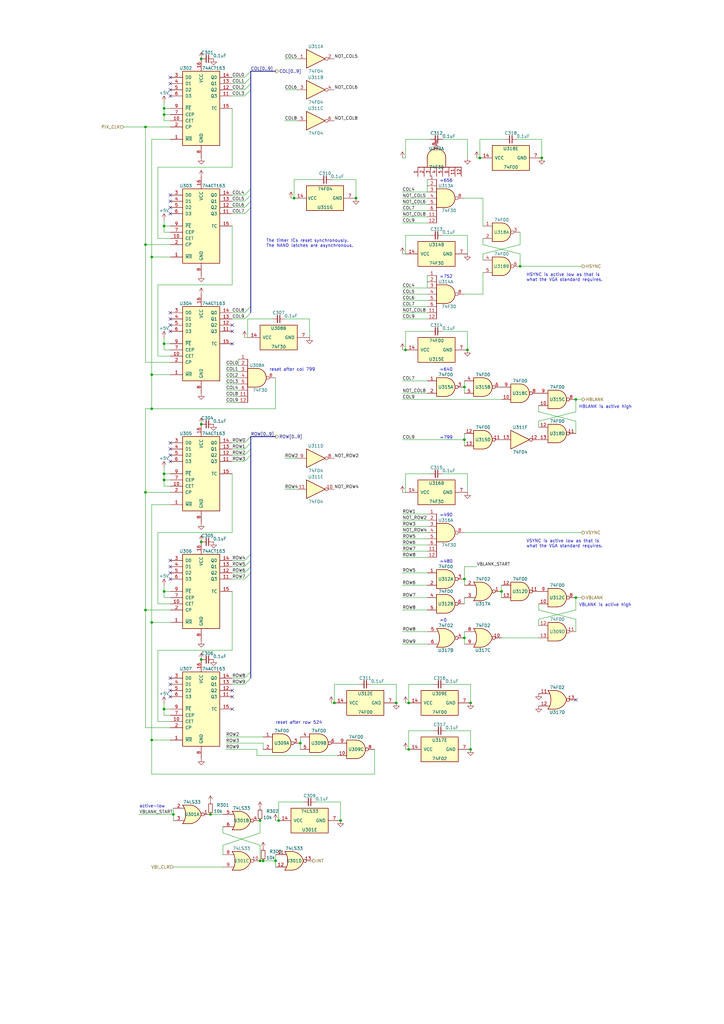
<source format=kicad_sch>
(kicad_sch (version 20211123) (generator eeschema)
  (paper "A3" portrait)
  (junction (at 62.23 255.27))
  (junction (at 59.69 201.93))
  (junction (at 190.5 237.49))
  (junction (at 106.68 336.55))
  (junction (at 113.03 353.06))
  (junction (at 106.68 353.06))
  (junction (at 62.23 167.64))
  (junction (at 137.16 288.29))
  (junction (at 146.05 81.28))
  (junction (at 71.12 334.01))
  (junction (at 139.7 336.55))
  (junction (at 196.85 64.77))
  (junction (at 67.31 196.85))
  (junction (at 190.5 158.75))
  (junction (at 190.5 180.34))
  (junction (at 82.55 173.99))
  (junction (at 114.3 336.55))
  (junction (at 59.69 250.19))
  (junction (at 193.04 288.29))
  (junction (at 193.04 307.34))
  (junction (at 67.31 242.57))
  (junction (at 167.64 288.29))
  (junction (at 162.56 288.29))
  (junction (at 205.74 242.57))
  (junction (at 166.37 143.51))
  (junction (at 59.69 100.33))
  (junction (at 107.95 353.06))
  (junction (at 213.36 109.22))
  (junction (at 62.23 153.67))
  (junction (at 82.55 222.25))
  (junction (at 123.19 304.8))
  (junction (at 167.64 307.34))
  (junction (at 120.65 81.28))
  (junction (at 236.22 163.83))
  (junction (at 82.55 24.13))
  (junction (at 62.23 303.53))
  (junction (at 86.36 334.01))
  (junction (at 82.55 270.51))
  (junction (at 191.77 143.51))
  (junction (at 67.31 92.71))
  (junction (at 67.31 140.97))
  (junction (at 67.31 290.83))
  (junction (at 62.23 105.41))
  (junction (at 67.31 46.99))
  (junction (at 222.25 64.77))
  (junction (at 236.22 245.11))
  (junction (at 67.31 44.45))
  (junction (at 190.5 261.62))
  (junction (at 59.69 52.07))
  (junction (at 67.31 194.31))
  (no_connect (at 69.85 34.29))
  (no_connect (at 69.85 85.09))
  (no_connect (at 69.85 128.27))
  (no_connect (at 69.85 229.87))
  (no_connect (at 95.25 135.89))
  (no_connect (at 69.85 82.55))
  (no_connect (at 69.85 283.21))
  (no_connect (at 69.85 285.75))
  (no_connect (at 95.25 285.75))
  (no_connect (at 69.85 234.95))
  (no_connect (at 69.85 80.01))
  (no_connect (at 69.85 189.23))
  (no_connect (at 95.25 283.21))
  (no_connect (at 69.85 133.35))
  (no_connect (at 69.85 278.13))
  (no_connect (at 69.85 280.67))
  (no_connect (at 69.85 237.49))
  (no_connect (at 95.25 140.97))
  (no_connect (at 69.85 135.89))
  (no_connect (at 69.85 181.61))
  (no_connect (at 69.85 130.81))
  (no_connect (at 69.85 87.63))
  (no_connect (at 236.22 287.02))
  (no_connect (at 69.85 186.69))
  (no_connect (at 69.85 31.75))
  (no_connect (at 95.25 290.83))
  (no_connect (at 69.85 232.41))
  (no_connect (at 95.25 133.35))
  (no_connect (at 69.85 39.37))
  (no_connect (at 69.85 184.15))
  (no_connect (at 69.85 36.83))
  (bus_entry (at 102.87 125.73) (size -2.54 2.54))
  (bus_entry (at 102.87 184.15) (size -2.54 2.54))
  (bus_entry (at 102.87 278.13) (size -2.54 2.54))
  (bus_entry (at 102.87 234.95) (size -2.54 2.54))
  (bus_entry (at 102.87 36.83) (size -2.54 2.54))
  (bus_entry (at 102.87 31.75) (size -2.54 2.54))
  (bus_entry (at 102.87 77.47) (size -2.54 2.54))
  (bus_entry (at 102.87 232.41) (size -2.54 2.54))
  (bus_entry (at 102.87 34.29) (size -2.54 2.54))
  (bus_entry (at 100.33 181.61) (size 2.54 -2.54))
  (bus_entry (at 102.87 80.01) (size -2.54 2.54))
  (bus_entry (at 102.87 29.21) (size -2.54 2.54))
  (bus_entry (at 100.33 189.23) (size 2.54 -2.54))
  (bus_entry (at 102.87 128.27) (size -2.54 2.54))
  (bus_entry (at 102.87 227.33) (size -2.54 2.54))
  (bus_entry (at 100.33 184.15) (size 2.54 -2.54))
  (bus_entry (at 100.33 232.41) (size 2.54 -2.54))
  (bus_entry (at 102.87 275.59) (size -2.54 2.54))
  (bus_entry (at 102.87 82.55) (size -2.54 2.54))
  (bus_entry (at 102.87 85.09) (size -2.54 2.54))
  (wire (pts (xy 64.77 218.44) (xy 95.25 218.44)))
  (wire (pts (xy 236.22 168.91) (xy 236.22 163.83)))
  (wire (pts (xy 190.5 245.11) (xy 190.5 247.65)))
  (wire (pts (xy 71.12 331.47) (xy 71.12 334.01)))
  (bus (pts (xy 102.87 181.61) (xy 102.87 184.15)))
  (wire (pts (xy 207.01 57.15) (xy 196.85 57.15)))
  (wire (pts (xy 123.19 307.34) (xy 123.19 304.8)))
  (wire (pts (xy 69.85 146.05) (xy 64.77 146.05)))
  (wire (pts (xy 95.25 184.15) (xy 100.33 184.15)))
  (wire (pts (xy 91.44 346.71) (xy 106.68 341.63)))
  (wire (pts (xy 67.31 242.57) (xy 67.31 245.11)))
  (wire (pts (xy 100.33 138.43) (xy 101.6 138.43)))
  (wire (pts (xy 67.31 191.77) (xy 67.31 194.31)))
  (wire (pts (xy 111.76 130.81) (xy 101.6 130.81)))
  (wire (pts (xy 165.1 228.6) (xy 175.26 228.6)))
  (wire (pts (xy 67.31 46.99) (xy 67.31 49.53)))
  (wire (pts (xy 71.12 334.01) (xy 71.12 336.55)))
  (wire (pts (xy 69.85 295.91) (xy 64.77 295.91)))
  (wire (pts (xy 176.53 194.31) (xy 166.37 194.31)))
  (wire (pts (xy 120.65 73.66) (xy 120.65 81.28)))
  (wire (pts (xy 165.1 223.52) (xy 175.26 223.52)))
  (wire (pts (xy 191.77 194.31) (xy 191.77 201.93)))
  (wire (pts (xy 86.36 334.01) (xy 91.44 334.01)))
  (wire (pts (xy 95.25 87.63) (xy 100.33 87.63)))
  (wire (pts (xy 59.69 201.93) (xy 59.69 167.64)))
  (wire (pts (xy 205.74 245.11) (xy 205.74 242.57)))
  (wire (pts (xy 67.31 194.31) (xy 69.85 194.31)))
  (wire (pts (xy 92.71 160.02) (xy 97.79 160.02)))
  (wire (pts (xy 92.71 152.4) (xy 97.79 152.4)))
  (bus (pts (xy 102.87 184.15) (xy 102.87 186.69)))
  (wire (pts (xy 176.53 135.89) (xy 166.37 135.89)))
  (wire (pts (xy 165.1 118.11) (xy 175.26 118.11)))
  (wire (pts (xy 64.77 97.79) (xy 64.77 68.58)))
  (wire (pts (xy 121.92 200.66) (xy 116.84 200.66)))
  (wire (pts (xy 190.5 120.65) (xy 198.12 120.65)))
  (wire (pts (xy 62.23 105.41) (xy 69.85 105.41)))
  (wire (pts (xy 67.31 290.83) (xy 67.31 293.37)))
  (wire (pts (xy 181.61 57.15) (xy 191.77 57.15)))
  (wire (pts (xy 67.31 140.97) (xy 69.85 140.97)))
  (wire (pts (xy 165.1 264.16) (xy 175.26 264.16)))
  (wire (pts (xy 95.25 116.84) (xy 95.25 92.71)))
  (wire (pts (xy 92.71 307.34) (xy 105.41 307.34)))
  (bus (pts (xy 102.87 179.07) (xy 102.87 181.61)))
  (wire (pts (xy 67.31 92.71) (xy 69.85 92.71)))
  (wire (pts (xy 71.12 355.6) (xy 91.44 355.6)))
  (wire (pts (xy 119.38 81.28) (xy 120.65 81.28)))
  (wire (pts (xy 113.03 167.64) (xy 62.23 167.64)))
  (wire (pts (xy 100.33 39.37) (xy 95.25 39.37)))
  (wire (pts (xy 198.12 106.68) (xy 198.12 104.14)))
  (wire (pts (xy 59.69 201.93) (xy 59.69 250.19)))
  (bus (pts (xy 102.87 275.59) (xy 102.87 278.13)))
  (bus (pts (xy 102.87 29.21) (xy 102.87 31.75)))
  (wire (pts (xy 59.69 250.19) (xy 69.85 250.19)))
  (wire (pts (xy 127 138.43) (xy 127 130.81)))
  (wire (pts (xy 190.5 218.44) (xy 238.76 218.44)))
  (wire (pts (xy 220.98 250.19) (xy 236.22 254)))
  (wire (pts (xy 220.98 168.91) (xy 236.22 172.72)))
  (wire (pts (xy 191.77 57.15) (xy 191.77 64.77)))
  (bus (pts (xy 102.87 77.47) (xy 102.87 80.01)))
  (wire (pts (xy 113.03 353.06) (xy 113.03 350.52)))
  (bus (pts (xy 102.87 36.83) (xy 102.87 77.47)))
  (wire (pts (xy 67.31 95.25) (xy 69.85 95.25)))
  (wire (pts (xy 191.77 96.52) (xy 191.77 104.14)))
  (wire (pts (xy 166.37 96.52) (xy 166.37 104.14)))
  (wire (pts (xy 92.71 149.86) (xy 97.79 149.86)))
  (wire (pts (xy 67.31 293.37) (xy 69.85 293.37)))
  (wire (pts (xy 116.84 49.53) (xy 121.92 49.53)))
  (wire (pts (xy 67.31 140.97) (xy 67.31 143.51)))
  (wire (pts (xy 100.33 85.09) (xy 95.25 85.09)))
  (wire (pts (xy 190.5 182.88) (xy 190.5 180.34)))
  (wire (pts (xy 116.84 36.83) (xy 121.92 36.83)))
  (wire (pts (xy 165.1 213.36) (xy 175.26 213.36)))
  (wire (pts (xy 220.98 166.37) (xy 220.98 168.91)))
  (wire (pts (xy 101.6 130.81) (xy 101.6 138.43)))
  (wire (pts (xy 198.12 92.71) (xy 198.12 81.28)))
  (wire (pts (xy 190.5 232.41) (xy 195.58 232.41)))
  (wire (pts (xy 147.32 280.67) (xy 137.16 280.67)))
  (wire (pts (xy 165.1 234.95) (xy 175.26 234.95)))
  (wire (pts (xy 91.44 341.63) (xy 106.68 346.71)))
  (wire (pts (xy 123.19 302.26) (xy 123.19 304.8)))
  (wire (pts (xy 59.69 298.45) (xy 69.85 298.45)))
  (wire (pts (xy 236.22 172.72) (xy 236.22 177.8)))
  (bus (pts (xy 102.87 234.95) (xy 102.87 275.59)))
  (wire (pts (xy 165.1 143.51) (xy 166.37 143.51)))
  (wire (pts (xy 127 130.81) (xy 116.84 130.81)))
  (wire (pts (xy 95.25 237.49) (xy 100.33 237.49)))
  (wire (pts (xy 100.33 31.75) (xy 95.25 31.75)))
  (bus (pts (xy 102.87 179.07) (xy 113.03 179.07)))
  (wire (pts (xy 190.5 237.49) (xy 190.5 240.03)))
  (wire (pts (xy 106.68 346.71) (xy 106.68 353.06)))
  (wire (pts (xy 92.71 157.48) (xy 97.79 157.48)))
  (wire (pts (xy 59.69 52.07) (xy 59.69 100.33)))
  (wire (pts (xy 190.5 156.21) (xy 190.5 158.75)))
  (wire (pts (xy 64.77 295.91) (xy 64.77 266.7)))
  (bus (pts (xy 102.87 29.21) (xy 113.03 29.21)))
  (wire (pts (xy 92.71 165.1) (xy 97.79 165.1)))
  (wire (pts (xy 95.25 232.41) (xy 100.33 232.41)))
  (wire (pts (xy 62.23 317.5) (xy 153.67 317.5)))
  (wire (pts (xy 220.98 172.72) (xy 236.22 168.91)))
  (bus (pts (xy 102.87 82.55) (xy 102.87 85.09)))
  (wire (pts (xy 166.37 307.34) (xy 167.64 307.34)))
  (wire (pts (xy 92.71 162.56) (xy 97.79 162.56)))
  (wire (pts (xy 67.31 196.85) (xy 69.85 196.85)))
  (wire (pts (xy 193.04 288.29) (xy 193.04 280.67)))
  (wire (pts (xy 165.1 259.08) (xy 175.26 259.08)))
  (wire (pts (xy 95.25 278.13) (xy 100.33 278.13)))
  (wire (pts (xy 198.12 100.33) (xy 213.36 104.14)))
  (bus (pts (xy 102.87 85.09) (xy 102.87 125.73)))
  (wire (pts (xy 57.15 334.01) (xy 71.12 334.01)))
  (wire (pts (xy 100.33 82.55) (xy 95.25 82.55)))
  (wire (pts (xy 100.33 36.83) (xy 95.25 36.83)))
  (wire (pts (xy 198.12 97.79) (xy 198.12 100.33)))
  (wire (pts (xy 113.03 336.55) (xy 114.3 336.55)))
  (wire (pts (xy 91.44 339.09) (xy 91.44 341.63)))
  (bus (pts (xy 102.87 34.29) (xy 102.87 36.83)))
  (bus (pts (xy 102.87 125.73) (xy 102.87 128.27)))
  (wire (pts (xy 59.69 250.19) (xy 59.69 298.45)))
  (wire (pts (xy 166.37 57.15) (xy 166.37 64.77)))
  (wire (pts (xy 67.31 44.45) (xy 69.85 44.45)))
  (wire (pts (xy 212.09 57.15) (xy 222.25 57.15)))
  (wire (pts (xy 162.56 288.29) (xy 162.56 280.67)))
  (wire (pts (xy 62.23 303.53) (xy 62.23 317.5)))
  (wire (pts (xy 97.79 149.86) (xy 97.79 147.32)))
  (wire (pts (xy 165.1 64.77) (xy 166.37 64.77)))
  (wire (pts (xy 238.76 245.11) (xy 236.22 245.11)))
  (wire (pts (xy 198.12 120.65) (xy 198.12 111.76)))
  (wire (pts (xy 62.23 255.27) (xy 69.85 255.27)))
  (wire (pts (xy 238.76 163.83) (xy 236.22 163.83)))
  (wire (pts (xy 106.68 353.06) (xy 107.95 353.06)))
  (wire (pts (xy 146.05 73.66) (xy 146.05 81.28)))
  (wire (pts (xy 175.26 73.66) (xy 175.26 78.74)))
  (wire (pts (xy 165.1 210.82) (xy 175.26 210.82)))
  (wire (pts (xy 193.04 299.72) (xy 182.88 299.72)))
  (wire (pts (xy 213.36 109.22) (xy 238.76 109.22)))
  (wire (pts (xy 67.31 242.57) (xy 69.85 242.57)))
  (wire (pts (xy 50.8 52.07) (xy 59.69 52.07)))
  (wire (pts (xy 205.74 261.62) (xy 220.98 261.62)))
  (wire (pts (xy 67.31 49.53) (xy 69.85 49.53)))
  (wire (pts (xy 190.5 261.62) (xy 190.5 259.08)))
  (wire (pts (xy 166.37 135.89) (xy 166.37 143.51)))
  (wire (pts (xy 165.1 201.93) (xy 166.37 201.93)))
  (wire (pts (xy 177.8 280.67) (xy 167.64 280.67)))
  (wire (pts (xy 64.77 247.65) (xy 64.77 218.44)))
  (wire (pts (xy 165.1 104.14) (xy 166.37 104.14)))
  (wire (pts (xy 114.3 328.93) (xy 114.3 336.55)))
  (wire (pts (xy 190.5 237.49) (xy 190.5 232.41)))
  (wire (pts (xy 165.1 81.28) (xy 175.26 81.28)))
  (wire (pts (xy 67.31 196.85) (xy 67.31 199.39)))
  (wire (pts (xy 167.64 299.72) (xy 167.64 307.34)))
  (wire (pts (xy 62.23 153.67) (xy 69.85 153.67)))
  (wire (pts (xy 62.23 255.27) (xy 62.23 303.53)))
  (wire (pts (xy 95.25 229.87) (xy 100.33 229.87)))
  (wire (pts (xy 91.44 350.52) (xy 91.44 346.71)))
  (bus (pts (xy 102.87 186.69) (xy 102.87 227.33)))
  (wire (pts (xy 95.25 266.7) (xy 95.25 242.57)))
  (wire (pts (xy 107.95 304.8) (xy 107.95 307.34)))
  (wire (pts (xy 124.46 328.93) (xy 114.3 328.93)))
  (wire (pts (xy 95.25 68.58) (xy 95.25 44.45)))
  (wire (pts (xy 181.61 135.89) (xy 191.77 135.89)))
  (wire (pts (xy 105.41 309.88) (xy 138.43 309.88)))
  (wire (pts (xy 59.69 100.33) (xy 59.69 148.59)))
  (wire (pts (xy 196.85 57.15) (xy 196.85 64.77)))
  (wire (pts (xy 67.31 41.91) (xy 67.31 44.45)))
  (wire (pts (xy 105.41 307.34) (xy 105.41 309.88)))
  (wire (pts (xy 165.1 88.9) (xy 175.26 88.9)))
  (wire (pts (xy 64.77 146.05) (xy 64.77 116.84)))
  (wire (pts (xy 69.85 97.79) (xy 64.77 97.79)))
  (wire (pts (xy 95.25 130.81) (xy 100.33 130.81)))
  (wire (pts (xy 236.22 250.19) (xy 236.22 245.11)))
  (wire (pts (xy 95.25 181.61) (xy 100.33 181.61)))
  (wire (pts (xy 67.31 138.43) (xy 67.31 140.97)))
  (wire (pts (xy 153.67 317.5) (xy 153.67 307.34)))
  (wire (pts (xy 59.69 201.93) (xy 69.85 201.93)))
  (wire (pts (xy 165.1 245.11) (xy 175.26 245.11)))
  (wire (pts (xy 220.98 256.54) (xy 220.98 254)))
  (wire (pts (xy 67.31 46.99) (xy 69.85 46.99)))
  (wire (pts (xy 62.23 57.15) (xy 62.23 105.41)))
  (bus (pts (xy 102.87 229.87) (xy 102.87 232.41)))
  (wire (pts (xy 62.23 105.41) (xy 62.23 153.67)))
  (wire (pts (xy 222.25 57.15) (xy 222.25 64.77)))
  (wire (pts (xy 67.31 240.03) (xy 67.31 242.57)))
  (wire (pts (xy 137.16 280.67) (xy 137.16 288.29)))
  (wire (pts (xy 106.68 341.63) (xy 106.68 336.55)))
  (wire (pts (xy 100.33 80.01) (xy 95.25 80.01)))
  (wire (pts (xy 165.1 123.19) (xy 175.26 123.19)))
  (wire (pts (xy 166.37 194.31) (xy 166.37 201.93)))
  (wire (pts (xy 95.25 186.69) (xy 100.33 186.69)))
  (wire (pts (xy 130.81 73.66) (xy 120.65 73.66)))
  (wire (pts (xy 95.25 128.27) (xy 100.33 128.27)))
  (wire (pts (xy 165.1 218.44) (xy 175.26 218.44)))
  (wire (pts (xy 165.1 120.65) (xy 175.26 120.65)))
  (wire (pts (xy 67.31 290.83) (xy 69.85 290.83)))
  (wire (pts (xy 67.31 44.45) (xy 67.31 46.99)))
  (wire (pts (xy 166.37 288.29) (xy 167.64 288.29)))
  (wire (pts (xy 95.25 189.23) (xy 100.33 189.23)))
  (wire (pts (xy 92.71 154.94) (xy 97.79 154.94)))
  (wire (pts (xy 59.69 100.33) (xy 69.85 100.33)))
  (wire (pts (xy 213.36 104.14) (xy 213.36 109.22)))
  (bus (pts (xy 102.87 232.41) (xy 102.87 234.95)))
  (wire (pts (xy 191.77 135.89) (xy 191.77 143.51)))
  (wire (pts (xy 165.1 86.36) (xy 175.26 86.36)))
  (wire (pts (xy 64.77 116.84) (xy 95.25 116.84)))
  (wire (pts (xy 190.5 180.34) (xy 190.5 177.8)))
  (wire (pts (xy 59.69 148.59) (xy 69.85 148.59)))
  (wire (pts (xy 176.53 57.15) (xy 166.37 57.15)))
  (wire (pts (xy 165.1 180.34) (xy 190.5 180.34)))
  (wire (pts (xy 62.23 207.01) (xy 62.23 255.27)))
  (wire (pts (xy 59.69 167.64) (xy 62.23 167.64)))
  (wire (pts (xy 198.12 104.14) (xy 213.36 100.33)))
  (wire (pts (xy 62.23 303.53) (xy 69.85 303.53)))
  (wire (pts (xy 165.1 78.74) (xy 175.26 78.74)))
  (wire (pts (xy 92.71 302.26) (xy 107.95 302.26)))
  (wire (pts (xy 175.26 113.03) (xy 175.26 118.11)))
  (wire (pts (xy 220.98 247.65) (xy 220.98 250.19)))
  (wire (pts (xy 165.1 215.9) (xy 175.26 215.9)))
  (wire (pts (xy 67.31 143.51) (xy 69.85 143.51)))
  (wire (pts (xy 213.36 100.33) (xy 213.36 95.25)))
  (wire (pts (xy 95.25 234.95) (xy 100.33 234.95)))
  (wire (pts (xy 116.84 24.13) (xy 121.92 24.13)))
  (wire (pts (xy 95.25 280.67) (xy 100.33 280.67)))
  (wire (pts (xy 59.69 52.07) (xy 69.85 52.07)))
  (wire (pts (xy 165.1 220.98) (xy 175.26 220.98)))
  (wire (pts (xy 67.31 92.71) (xy 67.31 95.25)))
  (wire (pts (xy 69.85 207.01) (xy 62.23 207.01)))
  (wire (pts (xy 92.71 304.8) (xy 107.95 304.8)))
  (wire (pts (xy 165.1 163.83) (xy 205.74 163.83)))
  (bus (pts (xy 102.87 227.33) (xy 102.87 229.87)))
  (wire (pts (xy 64.77 68.58) (xy 95.25 68.58)))
  (wire (pts (xy 236.22 254) (xy 236.22 259.08)))
  (wire (pts (xy 69.85 247.65) (xy 64.77 247.65)))
  (wire (pts (xy 67.31 90.17) (xy 67.31 92.71)))
  (wire (pts (xy 100.33 34.29) (xy 95.25 34.29)))
  (wire (pts (xy 195.58 64.77) (xy 196.85 64.77)))
  (wire (pts (xy 165.1 226.06) (xy 175.26 226.06)))
  (wire (pts (xy 162.56 280.67) (xy 152.4 280.67)))
  (bus (pts (xy 102.87 80.01) (xy 102.87 82.55)))
  (wire (pts (xy 181.61 194.31) (xy 191.77 194.31)))
  (wire (pts (xy 190.5 161.29) (xy 190.5 158.75)))
  (wire (pts (xy 67.31 194.31) (xy 67.31 196.85)))
  (wire (pts (xy 176.53 96.52) (xy 166.37 96.52)))
  (wire (pts (xy 165.1 83.82) (xy 175.26 83.82)))
  (wire (pts (xy 165.1 130.81) (xy 175.26 130.81)))
  (wire (pts (xy 190.5 261.62) (xy 190.5 264.16)))
  (wire (pts (xy 135.89 73.66) (xy 146.05 73.66)))
  (wire (pts (xy 165.1 128.27) (xy 175.26 128.27)))
  (wire (pts (xy 113.03 355.6) (xy 113.03 353.06)))
  (wire (pts (xy 139.7 328.93) (xy 129.54 328.93)))
  (wire (pts (xy 167.64 280.67) (xy 167.64 288.29)))
  (wire (pts (xy 165.1 156.21) (xy 175.26 156.21)))
  (wire (pts (xy 95.25 218.44) (xy 95.25 194.31)))
  (wire (pts (xy 69.85 57.15) (xy 62.23 57.15)))
  (wire (pts (xy 135.89 288.29) (xy 137.16 288.29)))
  (wire (pts (xy 175.26 161.29) (xy 165.1 161.29)))
  (bus (pts (xy 102.87 31.75) (xy 102.87 34.29)))
  (wire (pts (xy 67.31 245.11) (xy 69.85 245.11)))
  (wire (pts (xy 205.74 242.57) (xy 205.74 240.03)))
  (wire (pts (xy 64.77 266.7) (xy 95.25 266.7)))
  (wire (pts (xy 107.95 353.06) (xy 113.03 353.06)))
  (wire (pts (xy 177.8 299.72) (xy 167.64 299.72)))
  (wire (pts (xy 165.1 240.03) (xy 175.26 240.03)))
  (wire (pts (xy 116.84 187.96) (xy 121.92 187.96)))
  (wire (pts (xy 198.12 81.28) (xy 190.5 81.28)))
  (wire (pts (xy 193.04 307.34) (xy 193.04 299.72)))
  (wire (pts (xy 165.1 125.73) (xy 175.26 125.73)))
  (wire (pts (xy 193.04 280.67) (xy 182.88 280.67)))
  (wire (pts (xy 113.03 154.94) (xy 113.03 167.64)))
  (wire (pts (xy 181.61 96.52) (xy 191.77 96.52)))
  (wire (pts (xy 139.7 336.55) (xy 139.7 328.93)))
  (wire (pts (xy 220.98 254) (xy 236.22 250.19)))
  (wire (pts (xy 165.1 91.44) (xy 175.26 91.44)))
  (wire (pts (xy 220.98 175.26) (xy 220.98 172.72)))
  (wire (pts (xy 67.31 199.39) (xy 69.85 199.39)))
  (wire (pts (xy 165.1 250.19) (xy 175.26 250.19)))
  (wire (pts (xy 67.31 288.29) (xy 67.31 290.83)))
  (wire (pts (xy 62.23 153.67) (xy 62.23 167.64)))
  (text "active-low" (at 57.15 331.47 0) (effects (font (size 1.27 1.27)) (justify left bottom)))
  (text "HBLANK is active high" (at 237.49 167.64 0) (effects (font (size 1.27 1.27)) (justify left bottom)))
  (text "reset after col 799" (at 110.49 152.4 0) (effects (font (size 1.27 1.27)) (justify left bottom)))
  (text "=656" (at 180.34 74.93 0) (effects (font (size 1.27 1.27)) (justify left bottom)))
  (text "=480" (at 180.34 231.14 0) (effects (font (size 1.27 1.27)) (justify left bottom)))
  (text "VSYNC is active low as that is\nwhat the VGA standard requires." (at 215.9 224.79 0) (effects (font (size 1.27 1.27)) (justify left bottom)))
  (text "=752" (at 180.34 114.3 0) (effects (font (size 1.27 1.27)) (justify left bottom)))
  (text "=799" (at 180.34 180.34 0) (effects (font (size 1.27 1.27)) (justify left bottom)))
  (text "HSYNC is active low as that is\nwhat the VGA standard requires." (at 215.9 115.57 0) (effects (font (size 1.27 1.27)) (justify left bottom)))
  (text "The timer ICs reset synchronously.\nThe NAND latches are asynchronous." (at 109.22 101.6 0) (effects (font (size 1.27 1.27)) (justify left bottom)))
  (text "reset after row 524" (at 113.03 297.18 0) (effects (font (size 1.27 1.27)) (justify left bottom)))
  (text "VBLANK is active high" (at 237.49 248.92 0) (effects (font (size 1.27 1.27)) (justify left bottom)))
  (text "=640" (at 180.34 152.4 0) (effects (font (size 1.27 1.27)) (justify left bottom)))
  (text "=490" (at 180.34 212.09 0) (effects (font (size 1.27 1.27)) (justify left bottom)))
  (text "=0" (at 180.34 255.27 0) (effects (font (size 1.27 1.27)) (justify left bottom)))
  (label "COL8" (at 92.71 162.56 0))
  (label "ROW8" (at 165.1 250.19 0))
  (label "COL7" (at 165.1 156.21 0))
  (label "ROW9" (at 165.1 264.16 0))
  (label "ROW2" (at 116.84 187.96 0))
  (label "COL3" (at 92.71 157.48 0))
  (label "COL5" (at 95.25 82.55 0))
  (label "COL5" (at 116.84 24.13 0))
  (label "ROW8" (at 165.1 259.08 0))
  (label "ROW4" (at 95.25 229.87 0))
  (label "COL1" (at 92.71 152.4 0))
  (label "COL6" (at 95.25 85.09 0))
  (label "COL8" (at 116.84 49.53 0))
  (label "COL4" (at 95.25 80.01 0))
  (label "ROW1" (at 165.1 210.82 0))
  (label "NOT_ROW4" (at 137.16 200.66 0))
  (label "ROW3" (at 165.1 215.9 0))
  (label "ROW7" (at 165.1 226.06 0))
  (label "ROW8" (at 165.1 228.6 0))
  (label "ROW5" (at 165.1 234.95 0))
  (label "ROW3" (at 92.71 304.8 0))
  (label "COL0" (at 92.71 149.86 0))
  (label "ROW7" (at 95.25 237.49 0))
  (label "ROW9" (at 92.71 307.34 0))
  (label "COL1" (at 95.25 34.29 0))
  (label "ROW5" (at 165.1 220.98 0))
  (label "COL7" (at 165.1 125.73 0))
  (label "ROW6" (at 95.25 234.95 0))
  (label "COL2" (at 95.25 36.83 0))
  (label "ROW6" (at 165.1 223.52 0))
  (label "VBLANK_START" (at 57.15 334.01 0))
  (label "ROW2" (at 95.25 186.69 0))
  (label "COL4" (at 165.1 118.11 0))
  (label "ROW7" (at 165.1 245.11 0))
  (label "COL8" (at 95.25 128.27 0))
  (label "COL9" (at 165.1 163.83 0))
  (label "NOT_COL5" (at 165.1 81.28 0))
  (label "VBLANK_START" (at 195.58 232.41 0))
  (label "ROW0" (at 95.25 181.61 0))
  (label "COL7" (at 95.25 87.63 0))
  (label "ROW4" (at 116.84 200.66 0))
  (label "NOT_ROW2" (at 165.1 213.36 0))
  (label "ROW5" (at 95.25 232.41 0))
  (label "NOT_COL6" (at 137.16 36.83 0))
  (label "NOT_COL8" (at 165.1 88.9 0))
  (label "COL9" (at 95.25 130.81 0))
  (label "COL6" (at 116.84 36.83 0))
  (label "COL3" (at 95.25 39.37 0))
  (label "COL5" (at 165.1 120.65 0))
  (label "NOT_COL5" (at 137.16 24.13 0))
  (label "ROW8" (at 95.25 278.13 0))
  (label "NOT_COL8" (at 137.16 49.53 0))
  (label "COL9" (at 165.1 180.34 0))
  (label "ROW2" (at 92.71 302.26 0))
  (label "NOT_COL6" (at 165.1 83.82 0))
  (label "NOT_COL8" (at 165.1 161.29 0))
  (label "COL6" (at 165.1 123.19 0))
  (label "COL7" (at 165.1 86.36 0))
  (label "NOT_COL8" (at 165.1 128.27 0))
  (label "ROW6" (at 165.1 240.03 0))
  (label "ROW9" (at 95.25 280.67 0))
  (label "COL2" (at 92.71 154.94 0))
  (label "COL4" (at 92.71 160.02 0))
  (label "COL[0..9]" (at 102.87 29.21 0))
  (label "NOT_ROW2" (at 137.16 187.96 0))
  (label "COL0" (at 95.25 31.75 0))
  (label "COL9" (at 165.1 91.44 0))
  (label "ROW1" (at 95.25 184.15 0))
  (label "NOT_ROW4" (at 165.1 218.44 0))
  (label "COL9" (at 92.71 165.1 0))
  (label "COL9" (at 165.1 130.81 0))
  (label "ROW3" (at 95.25 189.23 0))
  (label "COL4" (at 165.1 78.74 0))
  (label "ROW[0..9]" (at 102.87 179.07 0))
  (hierarchical_label "HBLANK" (shape output) (at 238.76 163.83 0))
  (hierarchical_label "VSYNC" (shape output) (at 238.76 218.44 0))
  (hierarchical_label "INT" (shape output) (at 128.27 353.06 0))
  (hierarchical_label "PIX_CLK" (shape input) (at 50.8 52.07 180))
  (hierarchical_label "HSYNC" (shape output) (at 238.76 109.22 0))
  (hierarchical_label "VBLANK" (shape output) (at 238.76 245.11 0))
  (hierarchical_label "COL[0..9]" (shape output) (at 113.03 29.21 0))
  (hierarchical_label "ROW[0..9]" (shape output) (at 113.03 179.07 0))
  (hierarchical_label "VBI_CLR" (shape input) (at 71.12 355.6 180))
  (symbol (lib_id "power:+5V") (at 100.33 138.43 0) (unit 1)
    (property "Reference" "#PWR0327" (effects hide))
    (property "Value" "+5V" (effects hide))
  )
  (symbol (lib_id "power:GND") (at 127 138.43 0) (unit 1)
    (property "Reference" "#PWR0333" (effects hide))
    (property "Value" "GND" (effects hide))
  )
  (symbol (lib_id "Device:C_Small") (at 114.3 130.81 270) (unit 1)
    (property "Reference" "C307" (at 114.3 128.27 90))
    (property "Value" "0.1uF" (at 119.38 129.54 90))
    (property "Footprint" "Capacitor_THT:C_Disc_D5.0mm_W2.5mm_P2.50mm" (effects hide))
    (property "Datasheet" "https://api.kemet.com/component-edge/download/specsheet/C315C104M5U5TA7303.pdf" (effects hide))
    (property "Digikey Part No." "399-9859-1-ND" (effects hide))
  )
  (symbol (lib_id "power:+5V") (at 119.38 81.28 0) (unit 1)
    (property "Reference" "#PWR0332" (effects hide))
    (property "Value" "+5V" (effects hide))
  )
  (symbol (lib_id "power:GND") (at 146.05 81.28 0) (unit 1)
    (property "Reference" "#PWR0337" (effects hide))
    (property "Value" "GND" (effects hide))
  )
  (symbol (lib_id "Device:C_Small") (at 133.35 73.66 270) (unit 1)
    (property "Reference" "C310" (at 133.35 71.12 90))
    (property "Value" "0.1uF" (at 138.43 72.39 90))
    (property "Footprint" "Capacitor_THT:C_Disc_D5.0mm_W2.5mm_P2.50mm" (effects hide))
    (property "Datasheet" "https://api.kemet.com/component-edge/download/specsheet/C315C104M5U5TA7303.pdf" (effects hide))
    (property "Digikey Part No." "399-9859-1-ND" (effects hide))
  )
  (symbol (lib_id "my_library:74AHC30") (at 182.88 81.28 0) (unit 1)
    (property "Reference" "U313" (at 182.88 76.2 0))
    (property "Value" "74F30" (at 184.15 86.36 0))
    (property "Footprint" "Package_DIP:DIP-14_W7.62mm_Socket" (effects hide))
    (property "Datasheet" "https://www.ti.com/lit/ds/symlink/cd74hc30.pdf" (effects hide))
    (property "Digikey Part No." "296-SN74F30N-ND" (effects hide))
  )
  (symbol (lib_id "my_library:74AHC30") (at 179.07 64.77 90) (unit 1)
    (property "Reference" "U313" (at 179.07 60.96 90))
    (property "Value" "74F30" (at 179.07 68.58 90))
    (property "Footprint" "Package_DIP:DIP-14_W7.62mm_Socket" (effects hide))
    (property "Datasheet" "https://www.ti.com/lit/ds/symlink/cd74hc30.pdf" (effects hide))
    (property "Digikey Part No." "296-SN74F30N-ND" (effects hide))
  )
  (symbol (lib_id "power:+5V") (at 165.1 64.77 0) (unit 1)
    (property "Reference" "#PWR0339" (effects hide))
    (property "Value" "+5V" (effects hide))
  )
  (symbol (lib_id "power:GND") (at 191.77 64.77 0) (unit 1)
    (property "Reference" "#PWR0347" (effects hide))
    (property "Value" "GND" (effects hide))
  )
  (symbol (lib_id "Device:C_Small") (at 179.07 57.15 270) (unit 1)
    (property "Reference" "C312" (at 179.07 54.61 90))
    (property "Value" "0.1uF" (at 184.15 55.88 90))
    (property "Footprint" "Capacitor_THT:C_Disc_D5.0mm_W2.5mm_P2.50mm" (effects hide))
    (property "Datasheet" "https://api.kemet.com/component-edge/download/specsheet/C315C104M5U5TA7303.pdf" (effects hide))
    (property "Digikey Part No." "399-9859-1-ND" (effects hide))
  )
  (symbol (lib_id "video-rescue:74AC163-74xx") (at 82.55 44.45 0) (unit 1)
    (property "Reference" "U302" (at 76.2 27.94 0))
    (property "Value" "74ACT163" (at 87.63 27.94 0))
    (property "Footprint" "Package_DIP:DIP-16_W7.62mm_Socket" (effects hide))
    (property "Datasheet" "https://www.ti.com/lit/ds/symlink/cd74act163.pdf" (effects hide))
    (property "Digikey Part No." "296-32983-5-ND" (effects hide))
  )
  (symbol (lib_id "power:+5V") (at 82.55 24.13 0) (unit 1)
    (property "Reference" "#PWR0307" (effects hide))
    (property "Value" "+5V" (effects hide))
  )
  (symbol (lib_id "power:GND") (at 82.55 64.77 0) (unit 1)
    (property "Reference" "#PWR0308" (effects hide))
    (property "Value" "GND" (effects hide))
  )
  (symbol (lib_id "video-rescue:74AC163-74xx") (at 82.55 92.71 0) (unit 1)
    (property "Reference" "U303" (at 76.2 76.2 0))
    (property "Value" "74ACT163" (at 87.63 76.2 0))
    (property "Footprint" "Package_DIP:DIP-16_W7.62mm_Socket" (effects hide))
    (property "Datasheet" "https://www.ti.com/lit/ds/symlink/cd74act163.pdf" (effects hide))
    (property "Digikey Part No." "296-32983-5-ND" (effects hide))
  )
  (symbol (lib_id "power:+5V") (at 82.55 72.39 0) (unit 1)
    (property "Reference" "#PWR0309" (effects hide))
    (property "Value" "+5V" (effects hide))
  )
  (symbol (lib_id "power:GND") (at 82.55 113.03 0) (unit 1)
    (property "Reference" "#PWR0310" (effects hide))
    (property "Value" "GND" (effects hide))
  )
  (symbol (lib_id "my_library:74AHC30") (at 182.88 120.65 0) (unit 1)
    (property "Reference" "U314" (at 182.88 115.57 0))
    (property "Value" "74F30" (at 184.15 125.73 0))
    (property "Footprint" "Package_DIP:DIP-14_W7.62mm_Socket" (effects hide))
    (property "Datasheet" "https://www.ti.com/lit/ds/symlink/cd74hc30.pdf" (effects hide))
    (property "Digikey Part No." "296-SN74F30N-ND" (effects hide))
  )
  (symbol (lib_id "video-rescue:74AC163-74xx") (at 82.55 140.97 0) (unit 1)
    (property "Reference" "U304" (at 76.2 124.46 0))
    (property "Value" "74ACT163" (at 87.63 124.46 0))
    (property "Footprint" "Package_DIP:DIP-16_W7.62mm_Socket" (effects hide))
    (property "Datasheet" "https://www.ti.com/lit/ds/symlink/cd74act163.pdf" (effects hide))
    (property "Digikey Part No." "296-32983-5-ND" (effects hide))
  )
  (symbol (lib_id "power:+5V") (at 82.55 120.65 0) (unit 1)
    (property "Reference" "#PWR0311" (effects hide))
    (property "Value" "+5V" (effects hide))
  )
  (symbol (lib_id "power:GND") (at 82.55 161.29 0) (unit 1)
    (property "Reference" "#PWR0312" (effects hide))
    (property "Value" "GND" (effects hide))
  )
  (symbol (lib_id "Device:C_Small") (at 179.07 96.52 270) (unit 1)
    (property "Reference" "C313" (at 179.07 93.98 90))
    (property "Value" "0.1uF" (at 184.15 95.25 90))
    (property "Footprint" "Capacitor_THT:C_Disc_D5.0mm_W2.5mm_P2.50mm" (effects hide))
    (property "Datasheet" "https://api.kemet.com/component-edge/download/specsheet/C315C104M5U5TA7303.pdf" (effects hide))
    (property "Digikey Part No." "399-9859-1-ND" (effects hide))
  )
  (symbol (lib_id "power:GND") (at 191.77 104.14 0) (unit 1)
    (property "Reference" "#PWR0348" (effects hide))
    (property "Value" "GND" (effects hide))
  )
  (symbol (lib_id "power:+5V") (at 165.1 104.14 0) (unit 1)
    (property "Reference" "#PWR0340" (effects hide))
    (property "Value" "+5V" (effects hide))
  )
  (symbol (lib_id "my_library:74AHC30") (at 179.07 104.14 90) (unit 2)
    (property "Reference" "U314" (at 179.07 100.33 90))
    (property "Value" "74F30" (at 179.07 107.95 90))
    (property "Footprint" "Package_DIP:DIP-14_W7.62mm_Socket" (effects hide))
    (property "Datasheet" "https://www.ti.com/lit/ds/symlink/cd74hc30.pdf" (effects hide))
    (property "Digikey Part No." "296-SN74F30N-ND" (effects hide))
  )
  (symbol (lib_id "power:+5V") (at 67.31 41.91 0) (unit 1)
    (property "Reference" "#PWR0301" (effects hide))
    (property "Value" "+5V" (at 67.31 38.1 0))
  )
  (symbol (lib_id "power:+5V") (at 67.31 90.17 0) (unit 1)
    (property "Reference" "#PWR0302" (effects hide))
    (property "Value" "+5V" (at 67.31 86.36 0))
  )
  (symbol (lib_id "power:+5V") (at 67.31 138.43 0) (unit 1)
    (property "Reference" "#PWR0303" (effects hide))
    (property "Value" "+5V" (at 67.31 134.62 0))
  )
  (symbol (lib_id "74xx:74AHC04") (at 129.54 24.13 0) (unit 1)
    (property "Reference" "U311" (at 129.54 19.05 0))
    (property "Value" "74F04" (at 129.54 29.21 0))
    (property "Footprint" "Package_DIP:DIP-14_W7.62mm_Socket" (effects hide))
    (property "Datasheet" "https://www.ti.com/lit/ds/symlink/sn74f04.pdf" (effects hide))
    (property "Digikey Part No." "296-3542-5-ND" (effects hide))
  )
  (symbol (lib_id "74xx:74AHC04") (at 129.54 36.83 0) (unit 2)
    (property "Reference" "U311" (at 129.54 31.75 0))
    (property "Value" "74F04" (at 129.54 41.91 0))
    (property "Footprint" "Package_DIP:DIP-14_W7.62mm_Socket" (effects hide))
    (property "Datasheet" "https://www.ti.com/lit/ds/symlink/sn74f04.pdf" (effects hide))
    (property "Digikey Part No." "296-3542-5-ND" (effects hide))
  )
  (symbol (lib_id "74xx:74AHC04") (at 129.54 49.53 0) (unit 3)
    (property "Reference" "U311" (at 129.54 44.45 0))
    (property "Value" "74F04" (at 129.54 54.61 0))
    (property "Footprint" "Package_DIP:DIP-14_W7.62mm_Socket" (effects hide))
    (property "Datasheet" "https://www.ti.com/lit/ds/symlink/sn74f04.pdf" (effects hide))
    (property "Digikey Part No." "296-3542-5-ND" (effects hide))
  )
  (symbol (lib_id "74xx:74AHC04") (at 129.54 187.96 0) (unit 4)
    (property "Reference" "U311" (at 129.54 182.88 0))
    (property "Value" "74F04" (at 129.54 193.04 0))
    (property "Footprint" "Package_DIP:DIP-14_W7.62mm_Socket" (effects hide))
    (property "Datasheet" "https://www.ti.com/lit/ds/symlink/sn74f04.pdf" (effects hide))
    (property "Digikey Part No." "296-3542-5-ND" (effects hide))
  )
  (symbol (lib_id "74xx:74AHC04") (at 129.54 200.66 0) (unit 5)
    (property "Reference" "U311" (at 129.54 195.58 0))
    (property "Value" "74F04" (at 129.54 205.74 0))
    (property "Footprint" "Package_DIP:DIP-14_W7.62mm_Socket" (effects hide))
    (property "Datasheet" "https://www.ti.com/lit/ds/symlink/sn74f04.pdf" (effects hide))
    (property "Digikey Part No." "296-3542-5-ND" (effects hide))
  )
  (symbol (lib_id "74xx:74AHC04") (at 213.36 180.34 0) (unit 6)
    (property "Reference" "U311" (at 213.36 175.26 0))
    (property "Value" "74F04" (at 213.36 185.42 0))
    (property "Footprint" "Package_DIP:DIP-14_W7.62mm_Socket" (effects hide))
    (property "Datasheet" "https://www.ti.com/lit/ds/symlink/sn74f04.pdf" (effects hide))
    (property "Digikey Part No." "296-3542-5-ND" (effects hide))
  )
  (symbol (lib_id "74xx:74AHC04") (at 133.35 81.28 90) (unit 7)
    (property "Reference" "U311" (at 133.35 85.09 90))
    (property "Value" "74F04" (at 133.35 77.47 90))
    (property "Footprint" "Package_DIP:DIP-14_W7.62mm_Socket" (effects hide))
    (property "Datasheet" "https://www.ti.com/lit/ds/symlink/sn74f04.pdf" (effects hide))
    (property "Digikey Part No." "296-3542-5-ND" (effects hide))
  )
  (symbol (lib_id "my_library:74AHC30") (at 105.41 154.94 0) (unit 1)
    (property "Reference" "U308" (at 105.41 149.86 0))
    (property "Value" "74F30" (at 106.68 160.02 0))
    (property "Footprint" "Package_DIP:DIP-14_W7.62mm_Socket" (effects hide))
    (property "Datasheet" "https://www.ti.com/lit/ds/symlink/cd74hc30.pdf" (effects hide))
    (property "Digikey Part No." "296-SN74F30N-ND" (effects hide))
  )
  (symbol (lib_id "my_library:74AHC30") (at 114.3 138.43 90) (unit 2)
    (property "Reference" "U308" (at 114.3 134.62 90))
    (property "Value" "74F30" (at 114.3 142.24 90))
    (property "Footprint" "Package_DIP:DIP-14_W7.62mm_Socket" (effects hide))
    (property "Datasheet" "https://www.ti.com/lit/ds/symlink/cd74hc30.pdf" (effects hide))
    (property "Digikey Part No." "296-SN74F30N-ND" (effects hide))
  )
  (symbol (lib_id "video-rescue:74AHC00-74xx") (at 205.74 95.25 0) (unit 1)
    (property "Reference" "U318" (at 205.74 95.25 0))
    (property "Value" "74F00" (at 205.74 90.17 0))
    (property "Footprint" "Package_DIP:DIP-14_W7.62mm_Socket" (effects hide))
    (property "Datasheet" "https://www.ti.com/lit/ds/symlink/sn74f00.pdf" (effects hide))
    (property "Digikey Part No." "296-3539-5-ND" (effects hide))
  )
  (symbol (lib_id "video-rescue:74AHC00-74xx") (at 205.74 109.22 0) (unit 2)
    (property "Reference" "U318" (at 205.74 109.22 0))
    (property "Value" "74F00" (at 205.74 104.14 0))
    (property "Footprint" "Package_DIP:DIP-14_W7.62mm_Socket" (effects hide))
    (property "Datasheet" "https://www.ti.com/lit/ds/symlink/sn74f00.pdf" (effects hide))
    (property "Digikey Part No." "296-3539-5-ND" (effects hide))
  )
  (symbol (lib_id "video-rescue:74AHC00-74xx") (at 228.6 163.83 0) (unit 3)
    (property "Reference" "U315" (at 228.6 163.83 0))
    (property "Value" "74F00" (at 228.6 158.75 0))
    (property "Footprint" "Package_DIP:DIP-14_W7.62mm_Socket" (effects hide))
    (property "Datasheet" "https://www.ti.com/lit/ds/symlink/sn74f00.pdf" (effects hide))
    (property "Digikey Part No." "296-3539-5-ND" (effects hide))
  )
  (symbol (lib_id "video-rescue:74AHC00-74xx") (at 228.6 177.8 0) (unit 4)
    (property "Reference" "U318" (at 228.6 177.8 0))
    (property "Value" "74F00" (at 228.6 172.72 0))
    (property "Footprint" "Package_DIP:DIP-14_W7.62mm_Socket" (effects hide))
    (property "Datasheet" "https://www.ti.com/lit/ds/symlink/sn74f00.pdf" (effects hide))
    (property "Digikey Part No." "296-3539-5-ND" (effects hide))
  )
  (symbol (lib_id "video-rescue:74AHC00-74xx") (at 209.55 64.77 90) (unit 5)
    (property "Reference" "U318" (at 209.55 60.96 90))
    (property "Value" "74F00" (at 209.55 68.58 90))
    (property "Footprint" "Package_DIP:DIP-14_W7.62mm_Socket" (effects hide))
    (property "Datasheet" "https://www.ti.com/lit/ds/symlink/sn74f00.pdf" (effects hide))
    (property "Digikey Part No." "296-3539-5-ND" (effects hide))
  )
  (symbol (lib_id "Device:C_Small") (at 85.09 24.13 270) (unit 1)
    (property "Reference" "C301" (at 85.09 21.59 90))
    (property "Value" "0.1uF" (at 90.17 22.86 90))
    (property "Footprint" "Capacitor_THT:C_Disc_D5.0mm_W2.5mm_P2.50mm" (effects hide))
    (property "Datasheet" "https://api.kemet.com/component-edge/download/specsheet/C315C104M5U5TA7303.pdf" (effects hide))
    (property "Digikey Part No." "399-9859-1-ND" (effects hide))
  )
  (symbol (lib_id "power:GND") (at 87.63 24.13 0) (unit 1)
    (property "Reference" "#PWR0320" (effects hide))
    (property "Value" "GND" (effects hide))
  )
  (symbol (lib_id "power:+5V") (at 82.55 173.99 0) (unit 1)
    (property "Reference" "#PWR0313" (effects hide))
    (property "Value" "+5V" (effects hide))
  )
  (symbol (lib_id "Device:C_Small") (at 209.55 57.15 270) (unit 1)
    (property "Reference" "C318" (at 209.55 54.61 90))
    (property "Value" "0.1uF" (at 214.63 55.88 90))
    (property "Footprint" "Capacitor_THT:C_Disc_D5.0mm_W2.5mm_P2.50mm" (effects hide))
    (property "Datasheet" "https://api.kemet.com/component-edge/download/specsheet/C315C104M5U5TA7303.pdf" (effects hide))
    (property "Digikey Part No." "399-9859-1-ND" (effects hide))
  )
  (symbol (lib_id "power:GND") (at 222.25 64.77 0) (unit 1)
    (property "Reference" "#PWR0356" (effects hide))
    (property "Value" "GND" (effects hide))
  )
  (symbol (lib_id "power:+5V") (at 195.58 64.77 0) (unit 1)
    (property "Reference" "#PWR0353" (effects hide))
    (property "Value" "+5V" (effects hide))
  )
  (symbol (lib_id "Device:C_Small") (at 179.07 135.89 270) (unit 1)
    (property "Reference" "C314" (at 179.07 133.35 90))
    (property "Value" "0.1uF" (at 184.15 134.62 90))
    (property "Footprint" "Capacitor_THT:C_Disc_D5.0mm_W2.5mm_P2.50mm" (effects hide))
    (property "Datasheet" "https://api.kemet.com/component-edge/download/specsheet/C315C104M5U5TA7303.pdf" (effects hide))
    (property "Digikey Part No." "399-9859-1-ND" (effects hide))
  )
  (symbol (lib_id "power:GND") (at 191.77 143.51 0) (unit 1)
    (property "Reference" "#PWR0349" (effects hide))
    (property "Value" "GND" (effects hide))
  )
  (symbol (lib_id "power:+5V") (at 165.1 143.51 0) (unit 1)
    (property "Reference" "#PWR0341" (effects hide))
    (property "Value" "+5V" (effects hide))
  )
  (symbol (lib_id "video-rescue:74AHC00-74xx") (at 182.88 158.75 0) (unit 1)
    (property "Reference" "U315" (at 182.88 158.75 0))
    (property "Value" "74F00" (at 182.88 153.67 0))
    (property "Footprint" "Package_DIP:DIP-14_W7.62mm_Socket" (effects hide))
    (property "Datasheet" "https://www.ti.com/lit/ds/symlink/sn74f00.pdf" (effects hide))
    (property "Digikey Part No." "296-3539-5-ND" (effects hide))
  )
  (symbol (lib_id "video-rescue:74AHC00-74xx") (at 198.12 158.75 0) (unit 2)
    (property "Reference" "U315" (at 198.12 158.75 0))
    (property "Value" "74F00" (at 198.12 153.67 0))
    (property "Footprint" "Package_DIP:DIP-14_W7.62mm_Socket" (effects hide))
    (property "Datasheet" "https://www.ti.com/lit/ds/symlink/sn74f00.pdf" (effects hide))
    (property "Digikey Part No." "296-3539-5-ND" (effects hide))
  )
  (symbol (lib_id "video-rescue:74AHC00-74xx") (at 213.36 161.29 0) (unit 3)
    (property "Reference" "U318" (at 213.36 161.29 0))
    (property "Value" "74F00" (at 213.36 156.21 0))
    (property "Footprint" "Package_DIP:DIP-14_W7.62mm_Socket" (effects hide))
    (property "Datasheet" "https://www.ti.com/lit/ds/symlink/sn74f00.pdf" (effects hide))
    (property "Digikey Part No." "296-3539-5-ND" (effects hide))
  )
  (symbol (lib_id "video-rescue:74AHC00-74xx") (at 198.12 180.34 0) (unit 4)
    (property "Reference" "U315" (at 198.12 180.34 0))
    (property "Value" "74F00" (at 198.12 175.26 0))
    (property "Footprint" "Package_DIP:DIP-14_W7.62mm_Socket" (effects hide))
    (property "Datasheet" "https://www.ti.com/lit/ds/symlink/sn74f00.pdf" (effects hide))
    (property "Digikey Part No." "296-3539-5-ND" (effects hide))
  )
  (symbol (lib_id "video-rescue:74AHC00-74xx") (at 179.07 143.51 90) (unit 5)
    (property "Reference" "U315" (at 179.07 147.32 90))
    (property "Value" "74F00" (at 179.07 139.7 90))
    (property "Footprint" "Package_DIP:DIP-14_W7.62mm_Socket" (effects hide))
    (property "Datasheet" "https://www.ti.com/lit/ds/symlink/sn74f00.pdf" (effects hide))
    (property "Digikey Part No." "296-3539-5-ND" (effects hide))
  )
  (symbol (lib_id "video-rescue:74AC163-74xx") (at 82.55 194.31 0) (unit 1)
    (property "Reference" "U305" (at 76.2 177.8 0))
    (property "Value" "74ACT163" (at 87.63 177.8 0))
    (property "Footprint" "Package_DIP:DIP-16_W7.62mm_Socket" (effects hide))
    (property "Datasheet" "https://www.ti.com/lit/ds/symlink/cd74act163.pdf" (effects hide))
    (property "Digikey Part No." "296-32983-5-ND" (effects hide))
  )
  (symbol (lib_id "power:GND") (at 82.55 214.63 0) (unit 1)
    (property "Reference" "#PWR0314" (effects hide))
    (property "Value" "GND" (effects hide))
  )
  (symbol (lib_id "video-rescue:74AC163-74xx") (at 82.55 242.57 0) (unit 1)
    (property "Reference" "U306" (at 76.2 226.06 0))
    (property "Value" "74ACT163" (at 87.63 226.06 0))
    (property "Footprint" "Package_DIP:DIP-16_W7.62mm_Socket" (effects hide))
    (property "Datasheet" "https://www.ti.com/lit/ds/symlink/cd74act163.pdf" (effects hide))
    (property "Digikey Part No." "296-32983-5-ND" (effects hide))
  )
  (symbol (lib_id "power:+5V") (at 82.55 222.25 0) (unit 1)
    (property "Reference" "#PWR0315" (effects hide))
    (property "Value" "+5V" (effects hide))
  )
  (symbol (lib_id "power:GND") (at 82.55 262.89 0) (unit 1)
    (property "Reference" "#PWR0316" (effects hide))
    (property "Value" "GND" (effects hide))
  )
  (symbol (lib_id "video-rescue:74AC163-74xx") (at 82.55 290.83 0) (unit 1)
    (property "Reference" "U307" (at 76.2 274.32 0))
    (property "Value" "74ACT163" (at 87.63 274.32 0))
    (property "Footprint" "Package_DIP:DIP-16_W7.62mm_Socket" (effects hide))
    (property "Datasheet" "https://www.ti.com/lit/ds/symlink/cd74act163.pdf" (effects hide))
    (property "Digikey Part No." "296-32983-5-ND" (effects hide))
  )
  (symbol (lib_id "power:+5V") (at 82.55 270.51 0) (unit 1)
    (property "Reference" "#PWR0317" (effects hide))
    (property "Value" "+5V" (effects hide))
  )
  (symbol (lib_id "power:GND") (at 82.55 311.15 0) (unit 1)
    (property "Reference" "#PWR0318" (effects hide))
    (property "Value" "GND" (effects hide))
  )
  (symbol (lib_id "power:+5V") (at 67.31 191.77 0) (unit 1)
    (property "Reference" "#PWR0304" (effects hide))
    (property "Value" "+5V" (at 67.31 187.96 0))
  )
  (symbol (lib_id "power:+5V") (at 67.31 240.03 0) (unit 1)
    (property "Reference" "#PWR0305" (effects hide))
    (property "Value" "+5V" (at 67.31 236.22 0))
  )
  (symbol (lib_id "power:+5V") (at 67.31 288.29 0) (unit 1)
    (property "Reference" "#PWR0306" (effects hide))
    (property "Value" "+5V" (at 67.31 284.48 0))
  )
  (symbol (lib_id "Device:C_Small") (at 85.09 173.99 270) (unit 1)
    (property "Reference" "C304" (at 85.09 171.45 90))
    (property "Value" "0.1uF" (at 90.17 172.72 90))
    (property "Footprint" "Capacitor_THT:C_Disc_D5.0mm_W2.5mm_P2.50mm" (effects hide))
    (property "Datasheet" "https://api.kemet.com/component-edge/download/specsheet/C315C104M5U5TA7303.pdf" (effects hide))
    (property "Digikey Part No." "399-9859-1-ND" (effects hide))
  )
  (symbol (lib_id "power:GND") (at 87.63 173.99 0) (unit 1)
    (property "Reference" "#PWR0323" (effects hide))
    (property "Value" "GND" (effects hide))
  )
  (symbol (lib_id "Device:C_Small") (at 85.09 222.25 270) (unit 1)
    (property "Reference" "C305" (at 85.09 219.71 90))
    (property "Value" "0.1uF" (at 90.17 220.98 90))
    (property "Footprint" "Capacitor_THT:C_Disc_D5.0mm_W2.5mm_P2.50mm" (effects hide))
    (property "Datasheet" "https://api.kemet.com/component-edge/download/specsheet/C315C104M5U5TA7303.pdf" (effects hide))
    (property "Digikey Part No." "399-9859-1-ND" (effects hide))
  )
  (symbol (lib_id "power:GND") (at 87.63 222.25 0) (unit 1)
    (property "Reference" "#PWR0324" (effects hide))
    (property "Value" "GND" (effects hide))
  )
  (symbol (lib_id "power:GND") (at 87.63 270.51 0) (unit 1)
    (property "Reference" "#PWR0325" (effects hide))
    (property "Value" "GND" (effects hide))
  )
  (symbol (lib_id "Device:C_Small") (at 85.09 270.51 270) (unit 1)
    (property "Reference" "C306" (at 85.09 267.97 90))
    (property "Value" "0.1uF" (at 90.17 269.24 90))
    (property "Footprint" "Capacitor_THT:C_Disc_D5.0mm_W2.5mm_P2.50mm" (effects hide))
    (property "Datasheet" "https://api.kemet.com/component-edge/download/specsheet/C315C104M5U5TA7303.pdf" (effects hide))
    (property "Digikey Part No." "399-9859-1-ND" (effects hide))
  )
  (symbol (lib_id "video-rescue:74AHC00-74xx") (at 115.57 304.8 0) (unit 1)
    (property "Reference" "U309" (at 115.57 304.8 0))
    (property "Value" "74F00" (at 115.57 299.72 0))
    (property "Footprint" "Package_DIP:DIP-14_W7.62mm_Socket" (effects hide))
    (property "Datasheet" "https://www.ti.com/lit/ds/symlink/sn74f00.pdf" (effects hide))
    (property "Digikey Part No." "296-3539-5-ND" (effects hide))
  )
  (symbol (lib_id "video-rescue:74AHC00-74xx") (at 130.81 304.8 0) (unit 2)
    (property "Reference" "U309" (at 130.81 304.8 0))
    (property "Value" "74F00" (at 130.81 299.72 0))
    (property "Footprint" "Package_DIP:DIP-14_W7.62mm_Socket" (effects hide))
    (property "Datasheet" "https://www.ti.com/lit/ds/symlink/sn74f00.pdf" (effects hide))
    (property "Digikey Part No." "296-3539-5-ND" (effects hide))
  )
  (symbol (lib_id "video-rescue:74AHC00-74xx") (at 146.05 307.34 0) (unit 3)
    (property "Reference" "U309" (at 146.05 307.34 0))
    (property "Value" "74F00" (at 146.05 302.26 0))
    (property "Footprint" "Package_DIP:DIP-14_W7.62mm_Socket" (effects hide))
    (property "Datasheet" "https://www.ti.com/lit/ds/symlink/sn74f00.pdf" (effects hide))
    (property "Digikey Part No." "296-3539-5-ND" (effects hide))
  )
  (symbol (lib_id "video-rescue:74AHC00-74xx") (at 213.36 242.57 0) (unit 4)
    (property "Reference" "U312" (at 213.36 242.57 0))
    (property "Value" "74F00" (at 213.36 237.49 0))
    (property "Footprint" "Package_DIP:DIP-14_W7.62mm_Socket" (effects hide))
    (property "Datasheet" "https://www.ti.com/lit/ds/symlink/sn74f00.pdf" (effects hide))
    (property "Digikey Part No." "296-3539-5-ND" (effects hide))
  )
  (symbol (lib_id "video-rescue:74AHC00-74xx") (at 149.86 288.29 90) (unit 5)
    (property "Reference" "U312" (at 149.86 284.48 90))
    (property "Value" "74F00" (at 149.86 292.1 90))
    (property "Footprint" "Package_DIP:DIP-14_W7.62mm_Socket" (effects hide))
    (property "Datasheet" "https://www.ti.com/lit/ds/symlink/sn74f00.pdf" (effects hide))
    (property "Digikey Part No." "296-3539-5-ND" (effects hide))
  )
  (symbol (lib_id "my_library:74AHC30") (at 182.88 218.44 0) (unit 1)
    (property "Reference" "U316" (at 182.88 213.36 0))
    (property "Value" "74F30" (at 184.15 223.52 0))
    (property "Footprint" "Package_DIP:DIP-14_W7.62mm_Socket" (effects hide))
    (property "Datasheet" "https://www.ti.com/lit/ds/symlink/cd74hc30.pdf" (effects hide))
    (property "Digikey Part No." "296-SN74F30N-ND" (effects hide))
  )
  (symbol (lib_id "Device:C_Small") (at 179.07 194.31 270) (unit 1)
    (property "Reference" "C315" (at 179.07 191.77 90))
    (property "Value" "0.1uF" (at 184.15 193.04 90))
    (property "Footprint" "Capacitor_THT:C_Disc_D5.0mm_W2.5mm_P2.50mm" (effects hide))
    (property "Datasheet" "https://api.kemet.com/component-edge/download/specsheet/C315C104M5U5TA7303.pdf" (effects hide))
    (property "Digikey Part No." "399-9859-1-ND" (effects hide))
  )
  (symbol (lib_id "power:GND") (at 191.77 201.93 0) (unit 1)
    (property "Reference" "#PWR0350" (effects hide))
    (property "Value" "GND" (effects hide))
  )
  (symbol (lib_id "power:+5V") (at 165.1 201.93 0) (unit 1)
    (property "Reference" "#PWR0342" (effects hide))
    (property "Value" "+5V" (effects hide))
  )
  (symbol (lib_id "my_library:74AHC30") (at 179.07 201.93 90) (unit 2)
    (property "Reference" "U316" (at 179.07 198.12 90))
    (property "Value" "74F30" (at 179.07 205.74 90))
    (property "Footprint" "Package_DIP:DIP-14_W7.62mm_Socket" (effects hide))
    (property "Datasheet" "https://www.ti.com/lit/ds/symlink/cd74hc30.pdf" (effects hide))
    (property "Digikey Part No." "296-SN74F30N-ND" (effects hide))
  )
  (symbol (lib_id "video-rescue:74AHC00-74xx") (at 182.88 237.49 0) (unit 1)
    (property "Reference" "U312" (at 182.88 237.49 0))
    (property "Value" "74F00" (at 182.88 232.41 0))
    (property "Footprint" "Package_DIP:DIP-14_W7.62mm_Socket" (effects hide))
    (property "Datasheet" "https://www.ti.com/lit/ds/symlink/sn74f00.pdf" (effects hide))
    (property "Digikey Part No." "296-3539-5-ND" (effects hide))
  )
  (symbol (lib_id "video-rescue:74AHC00-74xx") (at 182.88 247.65 0) (unit 2)
    (property "Reference" "U312" (at 182.88 247.65 0))
    (property "Value" "74F00" (at 182.88 242.57 0))
    (property "Footprint" "Package_DIP:DIP-14_W7.62mm_Socket" (effects hide))
    (property "Datasheet" "https://www.ti.com/lit/ds/symlink/sn74f00.pdf" (effects hide))
    (property "Digikey Part No." "296-3539-5-ND" (effects hide))
  )
  (symbol (lib_id "video-rescue:74AHC00-74xx") (at 228.6 245.11 0) (unit 3)
    (property "Reference" "U312" (at 228.6 245.11 0))
    (property "Value" "74F00" (at 228.6 240.03 0))
    (property "Footprint" "Package_DIP:DIP-14_W7.62mm_Socket" (effects hide))
    (property "Datasheet" "https://www.ti.com/lit/ds/symlink/sn74f00.pdf" (effects hide))
    (property "Digikey Part No." "296-3539-5-ND" (effects hide))
  )
  (symbol (lib_id "video-rescue:74AHC00-74xx") (at 228.6 259.08 0) (unit 4)
    (property "Reference" "U309" (at 228.6 259.08 0))
    (property "Value" "74F00" (at 228.6 254 0))
    (property "Footprint" "Package_DIP:DIP-14_W7.62mm_Socket" (effects hide))
    (property "Datasheet" "https://www.ti.com/lit/ds/symlink/sn74f00.pdf" (effects hide))
    (property "Digikey Part No." "296-3539-5-ND" (effects hide))
  )
  (symbol (lib_id "video-rescue:74AHC00-74xx") (at 180.34 288.29 90) (unit 5)
    (property "Reference" "U309" (at 180.34 284.48 90))
    (property "Value" "74F00" (at 180.34 292.1 90))
    (property "Footprint" "Package_DIP:DIP-14_W7.62mm_Socket" (effects hide))
    (property "Datasheet" "https://www.ti.com/lit/ds/symlink/sn74f00.pdf" (effects hide))
    (property "Digikey Part No." "296-3539-5-ND" (effects hide))
  )
  (symbol (lib_id "Device:C_Small") (at 149.86 280.67 270) (unit 1)
    (property "Reference" "C311" (at 149.86 278.13 90))
    (property "Value" "0.1uF" (at 154.94 279.4 90))
    (property "Footprint" "Capacitor_THT:C_Disc_D5.0mm_W2.5mm_P2.50mm" (effects hide))
    (property "Datasheet" "https://api.kemet.com/component-edge/download/specsheet/C315C104M5U5TA7303.pdf" (effects hide))
    (property "Digikey Part No." "399-9859-1-ND" (effects hide))
  )
  (symbol (lib_id "power:GND") (at 162.56 288.29 0) (unit 1)
    (property "Reference" "#PWR0338" (effects hide))
    (property "Value" "GND" (effects hide))
  )
  (symbol (lib_id "power:+5V") (at 135.89 288.29 0) (unit 1)
    (property "Reference" "#PWR0335" (effects hide))
    (property "Value" "+5V" (effects hide))
  )
  (symbol (lib_id "Device:C_Small") (at 180.34 280.67 270) (unit 1)
    (property "Reference" "C316" (at 180.34 278.13 90))
    (property "Value" "0.1uF" (at 185.42 279.4 90))
    (property "Footprint" "Capacitor_THT:C_Disc_D5.0mm_W2.5mm_P2.50mm" (effects hide))
    (property "Datasheet" "https://api.kemet.com/component-edge/download/specsheet/C315C104M5U5TA7303.pdf" (effects hide))
    (property "Digikey Part No." "399-9859-1-ND" (effects hide))
  )
  (symbol (lib_id "power:GND") (at 193.04 288.29 0) (unit 1)
    (property "Reference" "#PWR0351" (effects hide))
    (property "Value" "GND" (effects hide))
  )
  (symbol (lib_id "power:+5V") (at 166.37 288.29 0) (unit 1)
    (property "Reference" "#PWR0343" (effects hide))
    (property "Value" "+5V" (effects hide))
  )
  (symbol (lib_id "video-rescue:74AHC02-74xx") (at 198.12 242.57 0) (unit 1)
    (property "Reference" "U317" (at 198.12 247.65 0))
    (property "Value" "74F02" (at 198.12 237.49 0))
    (property "Footprint" "Package_DIP:DIP-14_W7.62mm_Socket" (effects hide))
    (property "Datasheet" "https://www.ti.com/lit/ds/sdfs036a/sdfs036a.pdf" (effects hide))
    (property "Digikey Part No." "296-3541-5-ND" (effects hide))
  )
  (symbol (lib_id "video-rescue:74AHC02-74xx") (at 182.88 261.62 0) (unit 2)
    (property "Reference" "U317" (at 182.88 266.7 0))
    (property "Value" "74F02" (at 182.88 256.54 0))
    (property "Footprint" "Package_DIP:DIP-14_W7.62mm_Socket" (effects hide))
    (property "Datasheet" "https://www.ti.com/lit/ds/sdfs036a/sdfs036a.pdf" (effects hide))
    (property "Digikey Part No." "296-3541-5-ND" (effects hide))
  )
  (symbol (lib_id "video-rescue:74AHC02-74xx") (at 198.12 261.62 0) (unit 3)
    (property "Reference" "U317" (at 198.12 266.7 0))
    (property "Value" "74F02" (at 198.12 256.54 0))
    (property "Footprint" "Package_DIP:DIP-14_W7.62mm_Socket" (effects hide))
    (property "Datasheet" "https://www.ti.com/lit/ds/sdfs036a/sdfs036a.pdf" (effects hide))
    (property "Digikey Part No." "296-3541-5-ND" (effects hide))
  )
  (symbol (lib_id "video-rescue:74AHC02-74xx") (at 228.6 287.02 0) (unit 4)
    (property "Reference" "U317" (at 228.6 292.1 0))
    (property "Value" "74F02" (at 228.6 281.94 0))
    (property "Footprint" "Package_DIP:DIP-14_W7.62mm_Socket" (effects hide))
    (property "Datasheet" "https://www.ti.com/lit/ds/sdfs036a/sdfs036a.pdf" (effects hide))
    (property "Digikey Part No." "296-3541-5-ND" (effects hide))
  )
  (symbol (lib_id "video-rescue:74AHC02-74xx") (at 180.34 307.34 90) (unit 5)
    (property "Reference" "U317" (at 180.34 303.53 90))
    (property "Value" "74F02" (at 180.34 311.15 90))
    (property "Footprint" "Package_DIP:DIP-14_W7.62mm_Socket" (effects hide))
    (property "Datasheet" "https://www.ti.com/lit/ds/sdfs036a/sdfs036a.pdf" (effects hide))
    (property "Digikey Part No." "296-3541-5-ND" (effects hide))
  )
  (symbol (lib_id "Device:C_Small") (at 180.34 299.72 270) (unit 1)
    (property "Reference" "C317" (at 180.34 297.18 90))
    (property "Value" "0.1uF" (at 185.42 298.45 90))
    (property "Footprint" "Capacitor_THT:C_Disc_D5.0mm_W2.5mm_P2.50mm" (effects hide))
    (property "Datasheet" "https://api.kemet.com/component-edge/download/specsheet/C315C104M5U5TA7303.pdf" (effects hide))
    (property "Digikey Part No." "399-9859-1-ND" (effects hide))
  )
  (symbol (lib_id "power:GND") (at 193.04 307.34 0) (unit 1)
    (property "Reference" "#PWR0352" (effects hide))
    (property "Value" "GND" (effects hide))
  )
  (symbol (lib_id "power:+5V") (at 166.37 307.34 0) (unit 1)
    (property "Reference" "#PWR0344" (effects hide))
    (property "Value" "+5V" (effects hide))
  )
  (symbol (lib_id "Device:C_Small") (at 127 328.93 270) (unit 1)
    (property "Reference" "C309" (at 127 326.39 90))
    (property "Value" "0.1uF" (at 132.08 327.66 90))
    (property "Footprint" "Capacitor_THT:C_Disc_D5.0mm_W2.5mm_P2.50mm" (effects hide))
    (property "Datasheet" "https://api.kemet.com/component-edge/download/specsheet/C315C104M5U5TA7303.pdf" (effects hide))
    (property "Digikey Part No." "399-9859-1-ND" (effects hide))
  )
  (symbol (lib_id "power:GND") (at 139.7 336.55 0) (unit 1)
    (property "Reference" "#PWR0336" (effects hide))
    (property "Value" "GND" (effects hide))
  )
  (symbol (lib_id "power:+5V") (at 113.03 336.55 0) (unit 1)
    (property "Reference" "#PWR0331" (effects hide))
    (property "Value" "+5V" (effects hide))
  )
  (symbol (lib_id "power:GND") (at 220.98 284.48 0) (unit 1)
    (property "Reference" "#PWR0354" (effects hide))
    (property "Value" "GND" (effects hide))
  )
  (symbol (lib_id "power:GND") (at 220.98 289.56 0) (unit 1)
    (property "Reference" "#PWR0355" (effects hide))
    (property "Value" "GND" (effects hide))
  )
  (symbol (lib_id "74xx:74LS33") (at 78.74 334.01 0) (unit 1)
    (property "Reference" "U301" (at 78.74 334.01 0))
    (property "Value" "74LS33" (at 78.74 328.93 0))
    (property "Footprint" "Package_DIP:DIP-14_W7.62mm_Socket" (effects hide))
    (property "Datasheet" "http://www.ti.com/lit/gpn/sn74LS33" (effects hide))
    (property "Digikey Part No." "296-3699-5-ND" (effects hide))
  )
  (symbol (lib_id "74xx:74LS33") (at 99.06 336.55 0) (unit 2)
    (property "Reference" "U301" (at 99.06 336.55 0))
    (property "Value" "74LS33" (at 99.06 331.47 0))
    (property "Footprint" "Package_DIP:DIP-14_W7.62mm_Socket" (effects hide))
    (property "Datasheet" "http://www.ti.com/lit/gpn/sn74LS33" (effects hide))
    (property "Digikey Part No." "296-3699-5-ND" (effects hide))
  )
  (symbol (lib_id "74xx:74LS33") (at 99.06 353.06 0) (unit 3)
    (property "Reference" "U301" (at 99.06 353.06 0))
    (property "Value" "74LS33" (at 99.06 347.98 0))
    (property "Footprint" "Package_DIP:DIP-14_W7.62mm_Socket" (effects hide))
    (property "Datasheet" "http://www.ti.com/lit/gpn/sn74LS33" (effects hide))
    (property "Digikey Part No." "296-3699-5-ND" (effects hide))
  )
  (symbol (lib_id "74xx:74LS33") (at 120.65 353.06 0) (unit 4)
    (property "Reference" "U301" (at 120.65 353.06 0))
    (property "Value" "74LS33" (at 120.65 347.98 0))
    (property "Footprint" "Package_DIP:DIP-14_W7.62mm_Socket" (effects hide))
    (property "Datasheet" "http://www.ti.com/lit/gpn/sn74LS33" (effects hide))
    (property "Digikey Part No." "296-3699-5-ND" (effects hide))
  )
  (symbol (lib_id "74xx:74LS33") (at 127 336.55 90) (unit 5)
    (property "Reference" "U301" (at 127 340.36 90))
    (property "Value" "74LS33" (at 127 332.74 90))
    (property "Footprint" "Package_DIP:DIP-14_W7.62mm_Socket" (effects hide))
    (property "Datasheet" "http://www.ti.com/lit/gpn/sn74LS33" (effects hide))
    (property "Digikey Part No." "296-3699-5-ND" (effects hide))
  )
  (symbol (lib_id "Device:R_Small") (at 86.36 331.47 0) (unit 1)
    (property "Reference" "R301" (at 88.9 330.2 0) (effects (justify left)))
    (property "Value" "10k" (at 87.63 332.74 0) (effects (justify left)))
    (property "Footprint" "Resistor_THT:R_Axial_DIN0207_L6.3mm_D2.5mm_P10.16mm_Horizontal" (effects hide))
    (property "Datasheet" "https://www.seielect.com/catalog/sei-cf_cfm.pdf" (effects hide))
    (property "Digikey Part No." "CF14JT10K0CT-ND" (effects hide))
  )
  (symbol (lib_id "power:+5V") (at 86.36 328.93 0) (unit 1)
    (property "Reference" "#PWR0319" (effects hide))
    (property "Value" "+5V" (effects hide))
  )
  (symbol (lib_id "Device:R_Small") (at 107.95 350.52 0) (unit 1)
    (property "Reference" "R303" (at 110.49 349.25 0) (effects (justify left)))
    (property "Value" "10k" (at 109.22 351.79 0) (effects (justify left)))
    (property "Footprint" "Resistor_THT:R_Axial_DIN0207_L6.3mm_D2.5mm_P10.16mm_Horizontal" (effects hide))
    (property "Datasheet" "https://www.seielect.com/catalog/sei-cf_cfm.pdf" (effects hide))
    (property "Digikey Part No." "CF14JT10K0CT-ND" (effects hide))
  )
  (symbol (lib_id "power:+5V") (at 107.95 347.98 0) (unit 1)
    (property "Reference" "#PWR0330" (effects hide))
    (property "Value" "+5V" (effects hide))
  )
  (symbol (lib_id "Device:R_Small") (at 106.68 334.01 0) (unit 1)
    (property "Reference" "R302" (at 109.22 332.74 0) (effects (justify left)))
    (property "Value" "10k" (at 107.95 335.28 0) (effects (justify left)))
    (property "Footprint" "Resistor_THT:R_Axial_DIN0207_L6.3mm_D2.5mm_P10.16mm_Horizontal" (effects hide))
    (property "Datasheet" "https://www.seielect.com/catalog/sei-cf_cfm.pdf" (effects hide))
    (property "Digikey Part No." "CF14JT10K0CT-ND" (effects hide))
  )
  (symbol (lib_id "power:+5V") (at 106.68 331.47 0) (unit 1)
    (property "Reference" "#PWR0329" (effects hide))
    (property "Value" "+5V" (effects hide))
  )
)
</source>
